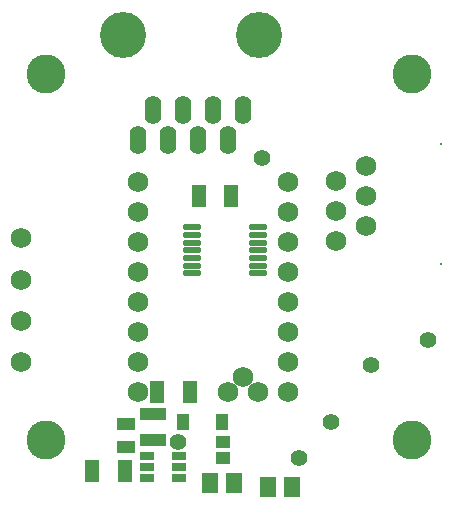
<source format=gbs>
G04*
G04 #@! TF.GenerationSoftware,Altium Limited,CircuitMaker,2.2.0 (2.2.0.5)*
G04*
G04 Layer_Color=8150272*
%FSLAX25Y25*%
%MOIN*%
G70*
G04*
G04 #@! TF.SameCoordinates,9A8D6191-CA6A-4FCB-8608-DBD58737C46A*
G04*
G04*
G04 #@! TF.FilePolarity,Negative*
G04*
G01*
G75*
%ADD31C,0.06800*%
%ADD32C,0.00800*%
%ADD33O,0.05524X0.09461*%
%ADD34C,0.15367*%
%ADD35C,0.05524*%
%ADD36C,0.13005*%
%ADD57R,0.04882X0.02913*%
%ADD58R,0.04737X0.07493*%
%ADD59R,0.08674X0.03950*%
%ADD60R,0.05918X0.04343*%
%ADD61R,0.05721X0.06902*%
%ADD62R,0.04383X0.05603*%
%ADD63O,0.06312X0.02178*%
%ADD64R,0.04540X0.04147*%
D31*
X151398Y206673D02*
D03*
Y196673D02*
D03*
Y186673D02*
D03*
Y176673D02*
D03*
Y166673D02*
D03*
Y156673D02*
D03*
Y146673D02*
D03*
Y136673D02*
D03*
X201398D02*
D03*
Y146673D02*
D03*
Y156673D02*
D03*
Y166673D02*
D03*
Y176673D02*
D03*
Y186673D02*
D03*
Y196673D02*
D03*
Y206673D02*
D03*
X191398Y136673D02*
D03*
X181398D02*
D03*
X186398Y141673D02*
D03*
X112402Y146457D02*
D03*
Y160236D02*
D03*
Y174016D02*
D03*
Y187795D02*
D03*
X227461Y191890D02*
D03*
X217461Y186929D02*
D03*
X227461Y201890D02*
D03*
X217461Y196929D02*
D03*
X227461Y211890D02*
D03*
X217461Y206929D02*
D03*
D32*
X252461Y179409D02*
D03*
Y219409D02*
D03*
D33*
X181496Y220728D02*
D03*
X171496D02*
D03*
X151496D02*
D03*
X161496D02*
D03*
X156496Y230728D02*
D03*
X166496D02*
D03*
X186496D02*
D03*
X176496D02*
D03*
D34*
X146358Y255728D02*
D03*
X191634D02*
D03*
D35*
X164764Y119980D02*
D03*
X215900Y126575D02*
D03*
X192900Y214500D02*
D03*
X205046Y114469D02*
D03*
X229200Y145600D02*
D03*
X248000Y153800D02*
D03*
D36*
X120669Y120669D02*
D03*
X242717D02*
D03*
X120669Y242717D02*
D03*
X242717D02*
D03*
D57*
X154331Y111614D02*
D03*
X164961Y115354D02*
D03*
Y111614D02*
D03*
Y107874D02*
D03*
X154331D02*
D03*
Y115354D02*
D03*
D58*
X168651Y136673D02*
D03*
X157746D02*
D03*
X136228Y110138D02*
D03*
X147134D02*
D03*
X182567Y201772D02*
D03*
X171661D02*
D03*
D59*
X156299Y120669D02*
D03*
Y129331D02*
D03*
D60*
X147343Y118405D02*
D03*
Y125886D02*
D03*
D61*
X183425Y106299D02*
D03*
X175354D02*
D03*
X202785Y104774D02*
D03*
X194715D02*
D03*
D62*
X166476Y126575D02*
D03*
X179390D02*
D03*
D63*
X191437Y191535D02*
D03*
Y188976D02*
D03*
Y186417D02*
D03*
Y183858D02*
D03*
Y181299D02*
D03*
Y178740D02*
D03*
Y176181D02*
D03*
X169390Y191535D02*
D03*
Y188976D02*
D03*
Y186417D02*
D03*
Y183858D02*
D03*
Y181299D02*
D03*
Y178740D02*
D03*
Y176181D02*
D03*
D64*
X179626Y114469D02*
D03*
Y119783D02*
D03*
M02*

</source>
